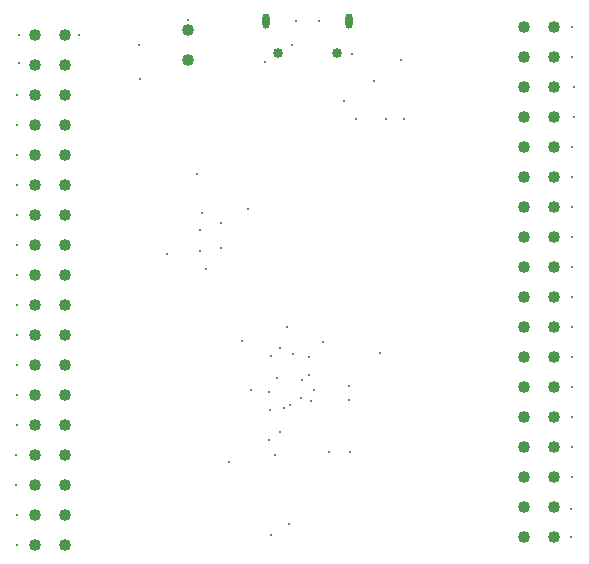
<source format=gbr>
%TF.GenerationSoftware,Altium Limited,Altium Designer,24.10.1 (45)*%
G04 Layer_Color=0*
%FSLAX45Y45*%
%MOMM*%
%TF.SameCoordinates,4DA1E9EC-797C-4A4C-9375-46A5AD340D12*%
%TF.FilePolarity,Positive*%
%TF.FileFunction,Plated,1,4,PTH,Drill*%
%TF.Part,Single*%
G01*
G75*
%TA.AperFunction,ComponentDrill*%
%ADD68C,1.02000*%
%ADD69C,0.85000*%
%ADD70O,0.60000X1.30000*%
%TA.AperFunction,ViaDrill,NotFilled*%
%ADD71C,0.30000*%
%ADD72C,0.20000*%
%ADD73C,0.25000*%
D68*
X4622800Y368300D02*
D03*
X4368800D02*
D03*
X4622800Y622300D02*
D03*
X4368800D02*
D03*
X4622800Y876300D02*
D03*
X4368800D02*
D03*
X4622800Y1130300D02*
D03*
X4368800D02*
D03*
X4622800Y1384300D02*
D03*
X4368800D02*
D03*
X4622800Y1638300D02*
D03*
X4368800D02*
D03*
X4622800Y1892300D02*
D03*
X4368800D02*
D03*
X4622800Y2146300D02*
D03*
X4368800D02*
D03*
X4622800Y2400300D02*
D03*
X4368800D02*
D03*
X4622800Y2654300D02*
D03*
X4368800D02*
D03*
X4622800Y2908300D02*
D03*
X4368800D02*
D03*
X4622800Y3162300D02*
D03*
X4368800D02*
D03*
X4622800Y3416300D02*
D03*
X4368800D02*
D03*
X4622800Y3670300D02*
D03*
X4368800D02*
D03*
X4622800Y3924300D02*
D03*
X4368800D02*
D03*
X4622800Y4178300D02*
D03*
X4368800D02*
D03*
X4622800Y4432300D02*
D03*
X4368800D02*
D03*
X4622800Y4686300D02*
D03*
X4368800D02*
D03*
X1524000Y4660900D02*
D03*
Y4406900D02*
D03*
X228600Y4622800D02*
D03*
X482600D02*
D03*
X228600Y4368800D02*
D03*
X482600D02*
D03*
X228600Y4114800D02*
D03*
X482600D02*
D03*
X228600Y3860800D02*
D03*
X482600D02*
D03*
X228600Y3606800D02*
D03*
X482600D02*
D03*
X228600Y3352800D02*
D03*
X482600D02*
D03*
X228600Y3098800D02*
D03*
X482600D02*
D03*
X228600Y2844800D02*
D03*
X482600D02*
D03*
X228600Y2590800D02*
D03*
X482600D02*
D03*
X228600Y2336800D02*
D03*
X482600D02*
D03*
X228600Y2082800D02*
D03*
X482600D02*
D03*
X228600Y1828800D02*
D03*
X482600D02*
D03*
X228600Y1574800D02*
D03*
X482600D02*
D03*
X228600Y1320800D02*
D03*
X482600D02*
D03*
X228600Y1066800D02*
D03*
X482600D02*
D03*
X228600Y812800D02*
D03*
X482600D02*
D03*
X228600Y558800D02*
D03*
X482600D02*
D03*
X228600Y304800D02*
D03*
X482600D02*
D03*
D69*
X2287000Y4470400D02*
D03*
X2787000D02*
D03*
D70*
X2187000Y4740400D02*
D03*
X2887000D02*
D03*
D71*
X2057400Y1612900D02*
D03*
D72*
X1676400Y2641600D02*
D03*
X1638300Y3111500D02*
D03*
X1625600Y2794000D02*
D03*
Y2971800D02*
D03*
X2844800Y4064000D02*
D03*
X2390644Y1487422D02*
D03*
X2298700Y1968500D02*
D03*
X2374900Y482600D02*
D03*
X2298700Y1257300D02*
D03*
D73*
X2550117Y1892736D02*
D03*
Y1740336D02*
D03*
X2565400Y1524000D02*
D03*
X2590800Y1612900D02*
D03*
X2362200Y2146300D02*
D03*
X1981200Y2032000D02*
D03*
X2667000Y2019300D02*
D03*
X2489200Y1701800D02*
D03*
X2336800Y1460500D02*
D03*
X2717800Y1092200D02*
D03*
X2222500Y1905000D02*
D03*
X2260600Y1066800D02*
D03*
X1803400Y2819400D02*
D03*
X1600200Y3443300D02*
D03*
X2032000Y3149600D02*
D03*
X3196413Y3911600D02*
D03*
X3098800Y4229100D02*
D03*
X2400300Y4533900D02*
D03*
X1104900D02*
D03*
X596900Y4622800D02*
D03*
X2895600Y1092200D02*
D03*
X2209800Y1193800D02*
D03*
X2882900Y1526000D02*
D03*
Y1651000D02*
D03*
X3150600Y1930400D02*
D03*
X2273300Y1714500D02*
D03*
X2209800Y1600200D02*
D03*
X2476500Y1549400D02*
D03*
X2413000Y1917700D02*
D03*
X1803399Y3023500D02*
D03*
X2950387Y3911600D02*
D03*
X3356787D02*
D03*
X1117600Y4250513D02*
D03*
X1346200Y2768600D02*
D03*
X2229450Y386750D02*
D03*
X1866900Y1003300D02*
D03*
X2171700Y4394200D02*
D03*
X2908300Y4457700D02*
D03*
X3328800Y4405500D02*
D03*
X2222200Y1447500D02*
D03*
X1524000Y4749800D02*
D03*
X2437000Y4740400D02*
D03*
X2637000D02*
D03*
X4762500Y368300D02*
D03*
Y609600D02*
D03*
X4775200Y876300D02*
D03*
Y1130300D02*
D03*
Y1384300D02*
D03*
Y1638300D02*
D03*
Y1892300D02*
D03*
Y2146300D02*
D03*
Y2400300D02*
D03*
Y2654300D02*
D03*
Y2908300D02*
D03*
Y3162300D02*
D03*
Y3416300D02*
D03*
Y3670300D02*
D03*
X4787900Y3924300D02*
D03*
Y4178300D02*
D03*
X4775200Y4432300D02*
D03*
Y4686300D02*
D03*
X76200Y304800D02*
D03*
Y558800D02*
D03*
X63500Y812800D02*
D03*
Y1066800D02*
D03*
X76200Y1320800D02*
D03*
Y1574800D02*
D03*
Y1828800D02*
D03*
Y2082800D02*
D03*
Y2336800D02*
D03*
Y2590800D02*
D03*
Y2844800D02*
D03*
Y3098800D02*
D03*
Y3352800D02*
D03*
Y3606800D02*
D03*
Y3860800D02*
D03*
Y4114800D02*
D03*
X88900Y4381500D02*
D03*
Y4622800D02*
D03*
%TF.MD5,e70819c969b99bb7860007abdc9a4320*%
M02*

</source>
